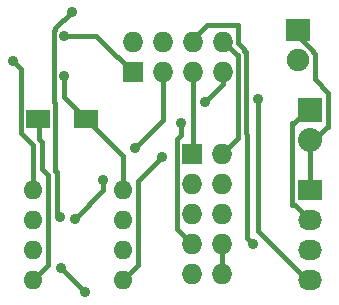
<source format=gbr>
G04 #@! TF.FileFunction,Copper,L1,Top,Signal*
%FSLAX46Y46*%
G04 Gerber Fmt 4.6, Leading zero omitted, Abs format (unit mm)*
G04 Created by KiCad (PCBNEW 4.0.1-stable) date 5/20/2016 3:53:06 PM*
%MOMM*%
G01*
G04 APERTURE LIST*
%ADD10C,0.100000*%
%ADD11R,1.727200X1.727200*%
%ADD12O,1.727200X1.727200*%
%ADD13R,2.000000X1.600000*%
%ADD14R,2.000000X1.900000*%
%ADD15C,1.900000*%
%ADD16O,1.600000X1.600000*%
%ADD17R,2.032000X1.727200*%
%ADD18O,2.032000X1.727200*%
%ADD19R,2.032000X2.032000*%
%ADD20O,2.032000X2.032000*%
%ADD21C,0.889000*%
%ADD22C,0.400000*%
G04 APERTURE END LIST*
D10*
D11*
X137000000Y-104000000D03*
D12*
X137000000Y-101460000D03*
X139540000Y-104000000D03*
X139540000Y-101460000D03*
X142080000Y-104000000D03*
X142080000Y-101460000D03*
X144620000Y-104000000D03*
X144620000Y-101460000D03*
D11*
X142000000Y-111000000D03*
D12*
X144540000Y-111000000D03*
X142000000Y-113540000D03*
X144540000Y-113540000D03*
X142000000Y-116080000D03*
X144540000Y-116080000D03*
X142000000Y-118620000D03*
X144540000Y-118620000D03*
X142000000Y-121160000D03*
X144540000Y-121160000D03*
D13*
X133000000Y-108000000D03*
X129000000Y-108000000D03*
D14*
X151000000Y-100500000D03*
D15*
X151000000Y-103040000D03*
D16*
X128500000Y-114000000D03*
X128500000Y-116540000D03*
X128500000Y-119080000D03*
X128500000Y-121620000D03*
X136120000Y-121620000D03*
X136120000Y-119080000D03*
X136120000Y-116540000D03*
X136120000Y-114000000D03*
D17*
X152000000Y-114000000D03*
D18*
X152000000Y-116540000D03*
X152000000Y-119080000D03*
X152000000Y-121620000D03*
D19*
X152000000Y-107250000D03*
D20*
X152000000Y-109790000D03*
D21*
X131191000Y-104394000D03*
X131191000Y-100965000D03*
X126873000Y-103124000D03*
X130810000Y-116332000D03*
X131826000Y-98933000D03*
X132080000Y-116459000D03*
X134493000Y-113157000D03*
X137160000Y-110490000D03*
X130937000Y-120650000D03*
X132969000Y-122682000D03*
X139446000Y-111252000D03*
X147193000Y-118618000D03*
X141097000Y-108331000D03*
X143129000Y-106553000D03*
X147574000Y-106299000D03*
D22*
X133000000Y-108000000D02*
X132969000Y-107950000D01*
X132969000Y-107950000D02*
X136144000Y-111125000D01*
X136144000Y-111125000D02*
X136144000Y-114046000D01*
X136144000Y-114046000D02*
X136120000Y-114000000D01*
X144540000Y-111000000D02*
X144526000Y-110998000D01*
X144526000Y-110998000D02*
X145923000Y-109601000D01*
X145923000Y-109601000D02*
X145923000Y-102616000D01*
X145923000Y-102616000D02*
X145796000Y-102616000D01*
X145796000Y-102616000D02*
X144653000Y-101473000D01*
X144653000Y-101473000D02*
X144620000Y-101460000D01*
X152000000Y-107250000D02*
X152019000Y-107188000D01*
X152019000Y-107188000D02*
X151765000Y-107188000D01*
X151765000Y-107188000D02*
X150622000Y-108331000D01*
X150622000Y-108331000D02*
X150495000Y-108331000D01*
X150495000Y-108331000D02*
X150495000Y-115316000D01*
X150495000Y-115316000D02*
X150749000Y-115316000D01*
X150749000Y-115316000D02*
X152019000Y-116586000D01*
X152019000Y-116586000D02*
X152000000Y-116540000D01*
X133000000Y-108000000D02*
X132969000Y-107950000D01*
X132969000Y-107950000D02*
X131191000Y-106172000D01*
X131191000Y-106172000D02*
X131191000Y-104394000D01*
X133000000Y-108000000D02*
X132969000Y-107950000D01*
X133000000Y-108000000D02*
X132969000Y-107950000D01*
X128500000Y-121620000D02*
X128524000Y-121666000D01*
X128524000Y-121666000D02*
X129794000Y-120396000D01*
X129794000Y-120396000D02*
X129794000Y-112776000D01*
X129794000Y-112776000D02*
X129286000Y-112268000D01*
X129286000Y-112268000D02*
X129286000Y-109982000D01*
X129286000Y-109982000D02*
X129032000Y-109728000D01*
X129032000Y-109728000D02*
X129032000Y-107950000D01*
X129032000Y-107950000D02*
X129000000Y-108000000D01*
X152000000Y-109790000D02*
X152019000Y-109728000D01*
X152019000Y-109728000D02*
X152400000Y-109728000D01*
X152400000Y-109728000D02*
X153416000Y-108712000D01*
X153416000Y-108712000D02*
X153543000Y-108712000D01*
X153543000Y-108712000D02*
X153543000Y-105791000D01*
X153543000Y-105791000D02*
X152400000Y-104648000D01*
X152400000Y-104648000D02*
X152400000Y-102489000D01*
X152400000Y-102489000D02*
X152273000Y-102362000D01*
X152273000Y-102362000D02*
X152273000Y-102235000D01*
X152273000Y-102235000D02*
X151003000Y-100965000D01*
X151003000Y-100965000D02*
X151003000Y-100457000D01*
X151003000Y-100457000D02*
X151000000Y-100500000D01*
X152000000Y-114000000D02*
X152019000Y-114046000D01*
X152019000Y-114046000D02*
X152019000Y-109728000D01*
X152019000Y-109728000D02*
X152000000Y-109790000D01*
X144540000Y-118620000D02*
X144526000Y-118618000D01*
X144526000Y-118618000D02*
X144526000Y-121158000D01*
X144526000Y-121158000D02*
X144540000Y-121160000D01*
X131191000Y-100965000D02*
X133858000Y-100965000D01*
X133858000Y-100965000D02*
X135636000Y-102743000D01*
X135636000Y-102743000D02*
X135763000Y-102743000D01*
X135763000Y-102743000D02*
X137033000Y-104013000D01*
X137033000Y-104013000D02*
X137000000Y-104000000D01*
X126873000Y-103124000D02*
X127508000Y-103759000D01*
X127508000Y-103759000D02*
X127508000Y-109220000D01*
X127508000Y-109220000D02*
X128524000Y-110236000D01*
X128524000Y-110236000D02*
X128524000Y-114046000D01*
X128524000Y-114046000D02*
X128500000Y-114000000D01*
X130810000Y-116332000D02*
X130556000Y-116078000D01*
X130556000Y-116078000D02*
X130556000Y-112522000D01*
X130556000Y-112522000D02*
X130429000Y-112395000D01*
X130429000Y-112395000D02*
X130429000Y-106680000D01*
X130429000Y-106680000D02*
X130302000Y-106553000D01*
X130302000Y-106553000D02*
X130302000Y-100584000D01*
X130302000Y-100584000D02*
X130429000Y-100457000D01*
X130429000Y-100457000D02*
X130429000Y-100330000D01*
X130429000Y-100330000D02*
X131826000Y-98933000D01*
X132080000Y-116459000D02*
X134493000Y-114046000D01*
X134493000Y-114046000D02*
X134493000Y-113157000D01*
X137160000Y-110490000D02*
X139573000Y-108077000D01*
X139573000Y-108077000D02*
X139573000Y-104013000D01*
X139573000Y-104013000D02*
X139540000Y-104000000D01*
X130937000Y-120650000D02*
X132969000Y-122682000D01*
X139446000Y-111252000D02*
X137414000Y-113284000D01*
X137414000Y-113284000D02*
X137414000Y-120396000D01*
X137414000Y-120396000D02*
X136144000Y-121666000D01*
X136144000Y-121666000D02*
X136120000Y-121620000D01*
X142000000Y-111000000D02*
X141986000Y-110998000D01*
X141986000Y-110998000D02*
X142113000Y-110871000D01*
X142113000Y-110871000D02*
X142113000Y-104013000D01*
X142113000Y-104013000D02*
X142080000Y-104000000D01*
X147193000Y-118618000D02*
X146685000Y-118110000D01*
X146685000Y-118110000D02*
X146685000Y-109347000D01*
X146685000Y-109347000D02*
X146558000Y-109220000D01*
X146558000Y-109220000D02*
X146558000Y-102362000D01*
X146558000Y-102362000D02*
X146431000Y-102235000D01*
X146431000Y-102235000D02*
X146431000Y-102108000D01*
X146431000Y-102108000D02*
X145923000Y-101600000D01*
X145923000Y-101600000D02*
X145923000Y-100076000D01*
X145923000Y-100076000D02*
X143256000Y-100076000D01*
X143256000Y-100076000D02*
X142113000Y-101219000D01*
X142113000Y-101219000D02*
X142113000Y-101473000D01*
X142113000Y-101473000D02*
X142080000Y-101460000D01*
X142000000Y-118620000D02*
X141986000Y-118618000D01*
X141986000Y-118618000D02*
X140716000Y-117348000D01*
X140716000Y-117348000D02*
X140716000Y-109728000D01*
X140716000Y-109728000D02*
X141097000Y-109347000D01*
X141097000Y-109347000D02*
X141097000Y-108331000D01*
X143129000Y-106553000D02*
X144653000Y-105029000D01*
X144653000Y-105029000D02*
X144653000Y-104013000D01*
X144653000Y-104013000D02*
X144620000Y-104000000D01*
X152000000Y-121620000D02*
X152019000Y-121666000D01*
X152019000Y-121666000D02*
X151765000Y-121666000D01*
X151765000Y-121666000D02*
X147574000Y-117475000D01*
X147574000Y-117475000D02*
X147574000Y-106299000D01*
M02*

</source>
